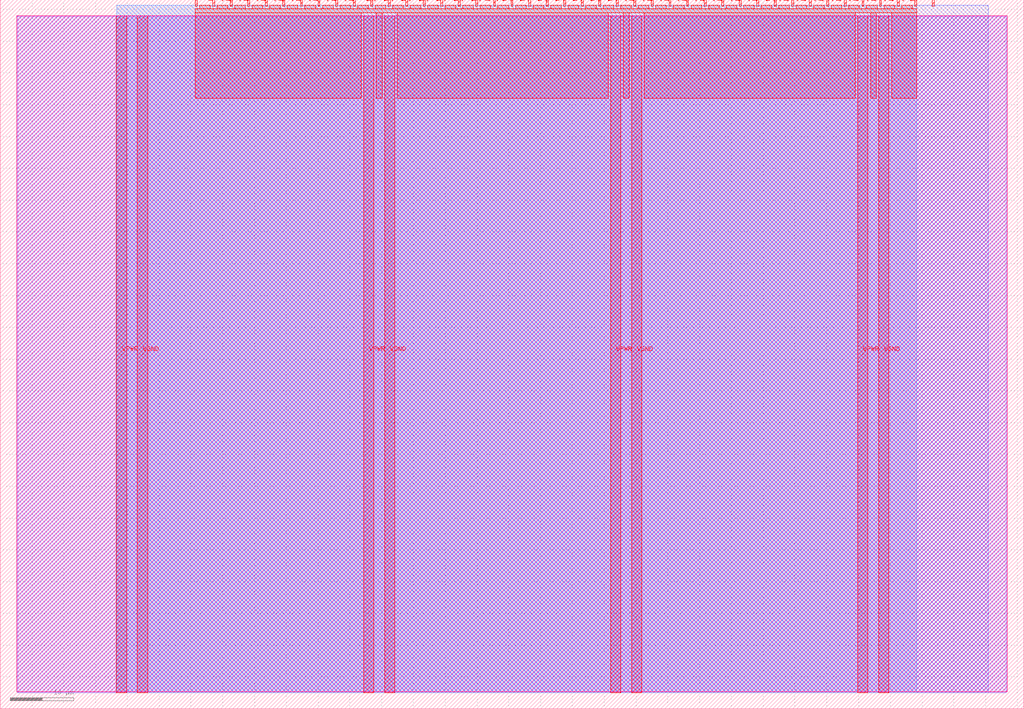
<source format=lef>
VERSION 5.7 ;
  NOWIREEXTENSIONATPIN ON ;
  DIVIDERCHAR "/" ;
  BUSBITCHARS "[]" ;
MACRO tt_um_snn_core
  CLASS BLOCK ;
  FOREIGN tt_um_snn_core ;
  ORIGIN 0.000 0.000 ;
  SIZE 161.000 BY 111.520 ;
  PIN VGND
    DIRECTION INOUT ;
    USE GROUND ;
    PORT
      LAYER met4 ;
        RECT 21.580 2.480 23.180 109.040 ;
    END
    PORT
      LAYER met4 ;
        RECT 60.450 2.480 62.050 109.040 ;
    END
    PORT
      LAYER met4 ;
        RECT 99.320 2.480 100.920 109.040 ;
    END
    PORT
      LAYER met4 ;
        RECT 138.190 2.480 139.790 109.040 ;
    END
  END VGND
  PIN VPWR
    DIRECTION INOUT ;
    USE POWER ;
    PORT
      LAYER met4 ;
        RECT 18.280 2.480 19.880 109.040 ;
    END
    PORT
      LAYER met4 ;
        RECT 57.150 2.480 58.750 109.040 ;
    END
    PORT
      LAYER met4 ;
        RECT 96.020 2.480 97.620 109.040 ;
    END
    PORT
      LAYER met4 ;
        RECT 134.890 2.480 136.490 109.040 ;
    END
  END VPWR
  PIN clk
    DIRECTION INPUT ;
    USE SIGNAL ;
    ANTENNAGATEAREA 0.852000 ;
    PORT
      LAYER met4 ;
        RECT 143.830 110.520 144.130 111.520 ;
    END
  END clk
  PIN ena
    DIRECTION INPUT ;
    USE SIGNAL ;
    PORT
      LAYER met4 ;
        RECT 146.590 110.520 146.890 111.520 ;
    END
  END ena
  PIN rst_n
    DIRECTION INPUT ;
    USE SIGNAL ;
    ANTENNAGATEAREA 0.196500 ;
    PORT
      LAYER met4 ;
        RECT 141.070 110.520 141.370 111.520 ;
    END
  END rst_n
  PIN ui_in[0]
    DIRECTION INPUT ;
    USE SIGNAL ;
    ANTENNAGATEAREA 0.196500 ;
    PORT
      LAYER met4 ;
        RECT 138.310 110.520 138.610 111.520 ;
    END
  END ui_in[0]
  PIN ui_in[1]
    DIRECTION INPUT ;
    USE SIGNAL ;
    ANTENNAGATEAREA 0.196500 ;
    PORT
      LAYER met4 ;
        RECT 135.550 110.520 135.850 111.520 ;
    END
  END ui_in[1]
  PIN ui_in[2]
    DIRECTION INPUT ;
    USE SIGNAL ;
    ANTENNAGATEAREA 0.196500 ;
    PORT
      LAYER met4 ;
        RECT 132.790 110.520 133.090 111.520 ;
    END
  END ui_in[2]
  PIN ui_in[3]
    DIRECTION INPUT ;
    USE SIGNAL ;
    ANTENNAGATEAREA 0.196500 ;
    PORT
      LAYER met4 ;
        RECT 130.030 110.520 130.330 111.520 ;
    END
  END ui_in[3]
  PIN ui_in[4]
    DIRECTION INPUT ;
    USE SIGNAL ;
    ANTENNAGATEAREA 0.196500 ;
    PORT
      LAYER met4 ;
        RECT 127.270 110.520 127.570 111.520 ;
    END
  END ui_in[4]
  PIN ui_in[5]
    DIRECTION INPUT ;
    USE SIGNAL ;
    ANTENNAGATEAREA 0.196500 ;
    PORT
      LAYER met4 ;
        RECT 124.510 110.520 124.810 111.520 ;
    END
  END ui_in[5]
  PIN ui_in[6]
    DIRECTION INPUT ;
    USE SIGNAL ;
    ANTENNAGATEAREA 0.196500 ;
    PORT
      LAYER met4 ;
        RECT 121.750 110.520 122.050 111.520 ;
    END
  END ui_in[6]
  PIN ui_in[7]
    DIRECTION INPUT ;
    USE SIGNAL ;
    ANTENNAGATEAREA 0.196500 ;
    PORT
      LAYER met4 ;
        RECT 118.990 110.520 119.290 111.520 ;
    END
  END ui_in[7]
  PIN uio_in[0]
    DIRECTION INPUT ;
    USE SIGNAL ;
    PORT
      LAYER met4 ;
        RECT 116.230 110.520 116.530 111.520 ;
    END
  END uio_in[0]
  PIN uio_in[1]
    DIRECTION INPUT ;
    USE SIGNAL ;
    PORT
      LAYER met4 ;
        RECT 113.470 110.520 113.770 111.520 ;
    END
  END uio_in[1]
  PIN uio_in[2]
    DIRECTION INPUT ;
    USE SIGNAL ;
    PORT
      LAYER met4 ;
        RECT 110.710 110.520 111.010 111.520 ;
    END
  END uio_in[2]
  PIN uio_in[3]
    DIRECTION INPUT ;
    USE SIGNAL ;
    PORT
      LAYER met4 ;
        RECT 107.950 110.520 108.250 111.520 ;
    END
  END uio_in[3]
  PIN uio_in[4]
    DIRECTION INPUT ;
    USE SIGNAL ;
    PORT
      LAYER met4 ;
        RECT 105.190 110.520 105.490 111.520 ;
    END
  END uio_in[4]
  PIN uio_in[5]
    DIRECTION INPUT ;
    USE SIGNAL ;
    PORT
      LAYER met4 ;
        RECT 102.430 110.520 102.730 111.520 ;
    END
  END uio_in[5]
  PIN uio_in[6]
    DIRECTION INPUT ;
    USE SIGNAL ;
    PORT
      LAYER met4 ;
        RECT 99.670 110.520 99.970 111.520 ;
    END
  END uio_in[6]
  PIN uio_in[7]
    DIRECTION INPUT ;
    USE SIGNAL ;
    PORT
      LAYER met4 ;
        RECT 96.910 110.520 97.210 111.520 ;
    END
  END uio_in[7]
  PIN uio_oe[0]
    DIRECTION OUTPUT ;
    USE SIGNAL ;
    PORT
      LAYER met4 ;
        RECT 49.990 110.520 50.290 111.520 ;
    END
  END uio_oe[0]
  PIN uio_oe[1]
    DIRECTION OUTPUT ;
    USE SIGNAL ;
    PORT
      LAYER met4 ;
        RECT 47.230 110.520 47.530 111.520 ;
    END
  END uio_oe[1]
  PIN uio_oe[2]
    DIRECTION OUTPUT ;
    USE SIGNAL ;
    PORT
      LAYER met4 ;
        RECT 44.470 110.520 44.770 111.520 ;
    END
  END uio_oe[2]
  PIN uio_oe[3]
    DIRECTION OUTPUT ;
    USE SIGNAL ;
    PORT
      LAYER met4 ;
        RECT 41.710 110.520 42.010 111.520 ;
    END
  END uio_oe[3]
  PIN uio_oe[4]
    DIRECTION OUTPUT ;
    USE SIGNAL ;
    PORT
      LAYER met4 ;
        RECT 38.950 110.520 39.250 111.520 ;
    END
  END uio_oe[4]
  PIN uio_oe[5]
    DIRECTION OUTPUT ;
    USE SIGNAL ;
    PORT
      LAYER met4 ;
        RECT 36.190 110.520 36.490 111.520 ;
    END
  END uio_oe[5]
  PIN uio_oe[6]
    DIRECTION OUTPUT ;
    USE SIGNAL ;
    PORT
      LAYER met4 ;
        RECT 33.430 110.520 33.730 111.520 ;
    END
  END uio_oe[6]
  PIN uio_oe[7]
    DIRECTION OUTPUT ;
    USE SIGNAL ;
    PORT
      LAYER met4 ;
        RECT 30.670 110.520 30.970 111.520 ;
    END
  END uio_oe[7]
  PIN uio_out[0]
    DIRECTION OUTPUT ;
    USE SIGNAL ;
    ANTENNAGATEAREA 1.737000 ;
    ANTENNADIFFAREA 0.891000 ;
    PORT
      LAYER met4 ;
        RECT 72.070 110.520 72.370 111.520 ;
    END
  END uio_out[0]
  PIN uio_out[1]
    DIRECTION OUTPUT ;
    USE SIGNAL ;
    ANTENNAGATEAREA 1.737000 ;
    ANTENNADIFFAREA 1.320000 ;
    PORT
      LAYER met4 ;
        RECT 69.310 110.520 69.610 111.520 ;
    END
  END uio_out[1]
  PIN uio_out[2]
    DIRECTION OUTPUT ;
    USE SIGNAL ;
    ANTENNAGATEAREA 1.197000 ;
    ANTENNADIFFAREA 0.891000 ;
    PORT
      LAYER met4 ;
        RECT 66.550 110.520 66.850 111.520 ;
    END
  END uio_out[2]
  PIN uio_out[3]
    DIRECTION OUTPUT ;
    USE SIGNAL ;
    ANTENNAGATEAREA 1.242000 ;
    ANTENNADIFFAREA 0.891000 ;
    PORT
      LAYER met4 ;
        RECT 63.790 110.520 64.090 111.520 ;
    END
  END uio_out[3]
  PIN uio_out[4]
    DIRECTION OUTPUT ;
    USE SIGNAL ;
    ANTENNAGATEAREA 1.611000 ;
    ANTENNADIFFAREA 1.320000 ;
    PORT
      LAYER met4 ;
        RECT 61.030 110.520 61.330 111.520 ;
    END
  END uio_out[4]
  PIN uio_out[5]
    DIRECTION OUTPUT ;
    USE SIGNAL ;
    ANTENNAGATEAREA 1.615500 ;
    ANTENNADIFFAREA 1.320000 ;
    PORT
      LAYER met4 ;
        RECT 58.270 110.520 58.570 111.520 ;
    END
  END uio_out[5]
  PIN uio_out[6]
    DIRECTION OUTPUT ;
    USE SIGNAL ;
    ANTENNAGATEAREA 1.980000 ;
    ANTENNADIFFAREA 0.891000 ;
    PORT
      LAYER met4 ;
        RECT 55.510 110.520 55.810 111.520 ;
    END
  END uio_out[6]
  PIN uio_out[7]
    DIRECTION OUTPUT ;
    USE SIGNAL ;
    ANTENNAGATEAREA 1.242000 ;
    ANTENNADIFFAREA 0.891000 ;
    PORT
      LAYER met4 ;
        RECT 52.750 110.520 53.050 111.520 ;
    END
  END uio_out[7]
  PIN uo_out[0]
    DIRECTION OUTPUT ;
    USE SIGNAL ;
    ANTENNADIFFAREA 0.795200 ;
    PORT
      LAYER met4 ;
        RECT 94.150 110.520 94.450 111.520 ;
    END
  END uo_out[0]
  PIN uo_out[1]
    DIRECTION OUTPUT ;
    USE SIGNAL ;
    ANTENNADIFFAREA 0.445500 ;
    PORT
      LAYER met4 ;
        RECT 91.390 110.520 91.690 111.520 ;
    END
  END uo_out[1]
  PIN uo_out[2]
    DIRECTION OUTPUT ;
    USE SIGNAL ;
    ANTENNADIFFAREA 0.445500 ;
    PORT
      LAYER met4 ;
        RECT 88.630 110.520 88.930 111.520 ;
    END
  END uo_out[2]
  PIN uo_out[3]
    DIRECTION OUTPUT ;
    USE SIGNAL ;
    ANTENNADIFFAREA 0.445500 ;
    PORT
      LAYER met4 ;
        RECT 85.870 110.520 86.170 111.520 ;
    END
  END uo_out[3]
  PIN uo_out[4]
    DIRECTION OUTPUT ;
    USE SIGNAL ;
    ANTENNADIFFAREA 0.445500 ;
    PORT
      LAYER met4 ;
        RECT 83.110 110.520 83.410 111.520 ;
    END
  END uo_out[4]
  PIN uo_out[5]
    DIRECTION OUTPUT ;
    USE SIGNAL ;
    ANTENNADIFFAREA 0.445500 ;
    PORT
      LAYER met4 ;
        RECT 80.350 110.520 80.650 111.520 ;
    END
  END uo_out[5]
  PIN uo_out[6]
    DIRECTION OUTPUT ;
    USE SIGNAL ;
    ANTENNADIFFAREA 0.445500 ;
    PORT
      LAYER met4 ;
        RECT 77.590 110.520 77.890 111.520 ;
    END
  END uo_out[6]
  PIN uo_out[7]
    DIRECTION OUTPUT ;
    USE SIGNAL ;
    ANTENNADIFFAREA 0.795200 ;
    PORT
      LAYER met4 ;
        RECT 74.830 110.520 75.130 111.520 ;
    END
  END uo_out[7]
  OBS
      LAYER nwell ;
        RECT 2.570 2.635 158.430 108.990 ;
      LAYER li1 ;
        RECT 2.760 2.635 158.240 108.885 ;
      LAYER met1 ;
        RECT 2.760 2.480 158.240 109.040 ;
      LAYER met2 ;
        RECT 18.310 2.535 155.380 110.685 ;
      LAYER met3 ;
        RECT 18.290 2.555 144.170 110.665 ;
      LAYER met4 ;
        RECT 31.370 110.120 33.030 110.665 ;
        RECT 34.130 110.120 35.790 110.665 ;
        RECT 36.890 110.120 38.550 110.665 ;
        RECT 39.650 110.120 41.310 110.665 ;
        RECT 42.410 110.120 44.070 110.665 ;
        RECT 45.170 110.120 46.830 110.665 ;
        RECT 47.930 110.120 49.590 110.665 ;
        RECT 50.690 110.120 52.350 110.665 ;
        RECT 53.450 110.120 55.110 110.665 ;
        RECT 56.210 110.120 57.870 110.665 ;
        RECT 58.970 110.120 60.630 110.665 ;
        RECT 61.730 110.120 63.390 110.665 ;
        RECT 64.490 110.120 66.150 110.665 ;
        RECT 67.250 110.120 68.910 110.665 ;
        RECT 70.010 110.120 71.670 110.665 ;
        RECT 72.770 110.120 74.430 110.665 ;
        RECT 75.530 110.120 77.190 110.665 ;
        RECT 78.290 110.120 79.950 110.665 ;
        RECT 81.050 110.120 82.710 110.665 ;
        RECT 83.810 110.120 85.470 110.665 ;
        RECT 86.570 110.120 88.230 110.665 ;
        RECT 89.330 110.120 90.990 110.665 ;
        RECT 92.090 110.120 93.750 110.665 ;
        RECT 94.850 110.120 96.510 110.665 ;
        RECT 97.610 110.120 99.270 110.665 ;
        RECT 100.370 110.120 102.030 110.665 ;
        RECT 103.130 110.120 104.790 110.665 ;
        RECT 105.890 110.120 107.550 110.665 ;
        RECT 108.650 110.120 110.310 110.665 ;
        RECT 111.410 110.120 113.070 110.665 ;
        RECT 114.170 110.120 115.830 110.665 ;
        RECT 116.930 110.120 118.590 110.665 ;
        RECT 119.690 110.120 121.350 110.665 ;
        RECT 122.450 110.120 124.110 110.665 ;
        RECT 125.210 110.120 126.870 110.665 ;
        RECT 127.970 110.120 129.630 110.665 ;
        RECT 130.730 110.120 132.390 110.665 ;
        RECT 133.490 110.120 135.150 110.665 ;
        RECT 136.250 110.120 137.910 110.665 ;
        RECT 139.010 110.120 140.670 110.665 ;
        RECT 141.770 110.120 143.430 110.665 ;
        RECT 30.655 109.440 144.145 110.120 ;
        RECT 30.655 96.055 56.750 109.440 ;
        RECT 59.150 96.055 60.050 109.440 ;
        RECT 62.450 96.055 95.620 109.440 ;
        RECT 98.020 96.055 98.920 109.440 ;
        RECT 101.320 96.055 134.490 109.440 ;
        RECT 136.890 96.055 137.790 109.440 ;
        RECT 140.190 96.055 144.145 109.440 ;
  END
END tt_um_snn_core
END LIBRARY


</source>
